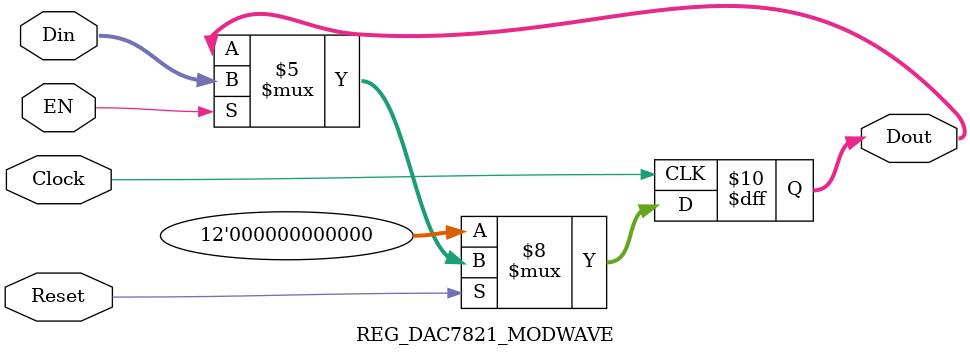
<source format=v>
`timescale	1ns/1ps

module	REG_DAC7821_MODWAVE(Dout, Din, EN, Clock, Reset)	;

output	[11:0]	Dout	;
reg	[11:0]	Dout	;

input	[11:0]	Din	;
wire	[11:0]	Din	;

input	EN	;
wire	EN	;

input	Clock, Reset	;
wire	Clock, Reset	;


always	@(posedge	Clock)
	begin
		if ( Reset == 1'b0 )
			begin
				Dout <= 12'b0000_0000_0000	;
			end
		else if ( EN == 1'b1 )
			begin
				Dout <= Din	;
			end
		else
			begin
				Dout <= Dout	;
			end
	end

endmodule

</source>
